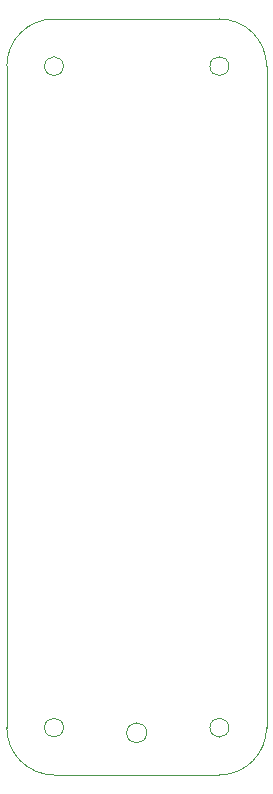
<source format=gbr>
%TF.GenerationSoftware,KiCad,Pcbnew,7.0.7-7.0.7~ubuntu22.04.1*%
%TF.CreationDate,2023-09-13T15:14:38+01:00*%
%TF.ProjectId,clvHd_master_pico,636c7648-645f-46d6-9173-7465725f7069,rev?*%
%TF.SameCoordinates,Original*%
%TF.FileFunction,Profile,NP*%
%FSLAX46Y46*%
G04 Gerber Fmt 4.6, Leading zero omitted, Abs format (unit mm)*
G04 Created by KiCad (PCBNEW 7.0.7-7.0.7~ubuntu22.04.1) date 2023-09-13 15:14:38*
%MOMM*%
%LPD*%
G01*
G04 APERTURE LIST*
%TA.AperFunction,Profile*%
%ADD10C,0.038100*%
%TD*%
%TA.AperFunction,Profile*%
%ADD11C,0.100000*%
%TD*%
G04 APERTURE END LIST*
D10*
X107000000Y-118000000D02*
G75*
G03*
X111000000Y-114000000I0J4000000D01*
G01*
X107000000Y-54000000D02*
X93000000Y-54000000D01*
X93800000Y-58000000D02*
G75*
G03*
X93800000Y-58000000I-800000J0D01*
G01*
X111000000Y-58000000D02*
G75*
G03*
X107000000Y-54000000I-4000000J0D01*
G01*
X93800000Y-114000000D02*
G75*
G03*
X93800000Y-114000000I-800000J0D01*
G01*
X89000000Y-114000000D02*
G75*
G03*
X93000000Y-118000000I4000000J0D01*
G01*
X111000000Y-114000000D02*
X111000000Y-58000000D01*
X93000000Y-54000000D02*
G75*
G03*
X89000000Y-58000000I0J-4000000D01*
G01*
X89000000Y-58000000D02*
X89000000Y-114000000D01*
X107800000Y-58000000D02*
G75*
G03*
X107800000Y-58000000I-800000J0D01*
G01*
X107800000Y-114000000D02*
G75*
G03*
X107800000Y-114000000I-800000J0D01*
G01*
X93000000Y-118000000D02*
X107000000Y-118000000D01*
D11*
%TO.C,J3*%
X100850000Y-114445000D02*
G75*
G03*
X100850000Y-114445000I-850000J0D01*
G01*
%TD*%
M02*

</source>
